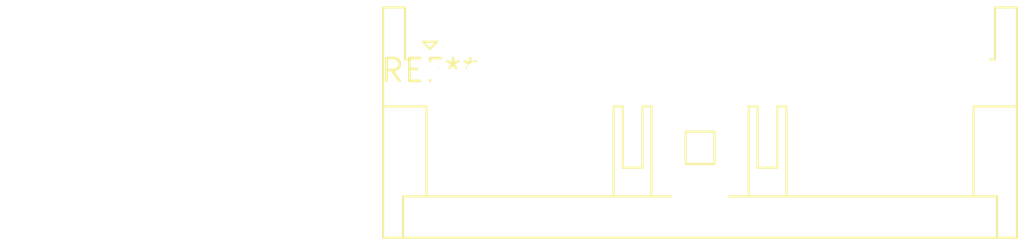
<source format=kicad_pcb>
(kicad_pcb (version 20240108) (generator pcbnew)
  (layers (0 "F.Cu" signal) (31 "B.Cu" signal) (34 "B.Paste" user) (35 "F.Paste" user) (36 "B.SilkS" user "B.Silkscreen") (37 "F.SilkS" user "F.Silkscreen") (38 "B.Mask" user) (39 "F.Mask" user) (44 "Edge.Cuts" user))
  (net 0 "")
  (footprint "JST_XA_S13B-XASK-1_1x13_P2.50mm_Horizontal" (layer "F.Cu") (at 0 0)
    (property "Reference" "REF**")
    (property "Value" "JST_XA_S13B-XASK-1_1x13_P2.50mm_Horizontal")
    (fp_line (start -2.61 -3.51) (end -2.61 9.31) (layer "F.SilkS") (stroke (width 0.12)))
    (fp_line (start -2.61 9.31) (end 32.61 9.31) (layer "F.SilkS") (stroke (width 0.12)))
    (fp_line (start -1.5 7.01) (end 13.4 7.01) (layer "F.SilkS") (stroke (width 0.12)))
    (fp_line (start -1.5 9.31) (end -1.5 7.01) (layer "F.SilkS") (stroke (width 0.12)))
    (fp_line (start -1.39 -3.51) (end -2.61 -3.51) (layer "F.SilkS") (stroke (width 0.12)))
    (fp_line (start -1.39 -0.61) (end -1.39 -3.51) (layer "F.SilkS") (stroke (width 0.12)))
    (fp_line (start -1.11 -0.61) (end -1.39 -0.61) (layer "F.SilkS") (stroke (width 0.12)))
    (fp_line (start -0.4 -1.6) (end 0.4 -1.6) (layer "F.SilkS") (stroke (width 0.12)))
    (fp_line (start -0.2 2) (end -2.61 2) (layer "F.SilkS") (stroke (width 0.12)))
    (fp_line (start -0.2 7.01) (end -0.2 2) (layer "F.SilkS") (stroke (width 0.12)))
    (fp_line (start 0 -1.2) (end -0.4 -1.6) (layer "F.SilkS") (stroke (width 0.12)))
    (fp_line (start 0.4 -1.6) (end 0 -1.2) (layer "F.SilkS") (stroke (width 0.12)))
    (fp_line (start 10.2 2) (end 10.2 7.01) (layer "F.SilkS") (stroke (width 0.12)))
    (fp_line (start 10.7 2) (end 10.2 2) (layer "F.SilkS") (stroke (width 0.12)))
    (fp_line (start 10.7 5.41) (end 10.7 2) (layer "F.SilkS") (stroke (width 0.12)))
    (fp_line (start 11.8 2) (end 11.8 5.41) (layer "F.SilkS") (stroke (width 0.12)))
    (fp_line (start 11.8 5.41) (end 10.7 5.41) (layer "F.SilkS") (stroke (width 0.12)))
    (fp_line (start 12.3 2) (end 11.8 2) (layer "F.SilkS") (stroke (width 0.12)))
    (fp_line (start 12.3 7.01) (end 12.3 2) (layer "F.SilkS") (stroke (width 0.12)))
    (fp_line (start 14.2 3.4) (end 15.8 3.4) (layer "F.SilkS") (stroke (width 0.12)))
    (fp_line (start 14.2 5.2) (end 14.2 3.4) (layer "F.SilkS") (stroke (width 0.12)))
    (fp_line (start 15.8 3.4) (end 15.8 5.2) (layer "F.SilkS") (stroke (width 0.12)))
    (fp_line (start 15.8 5.2) (end 14.2 5.2) (layer "F.SilkS") (stroke (width 0.12)))
    (fp_line (start 16.6 7.01) (end 31.5 7.01) (layer "F.SilkS") (stroke (width 0.12)))
    (fp_line (start 17.7 2) (end 18.2 2) (layer "F.SilkS") (stroke (width 0.12)))
    (fp_line (start 17.7 7.01) (end 17.7 2) (layer "F.SilkS") (stroke (width 0.12)))
    (fp_line (start 18.2 2) (end 18.2 5.41) (layer "F.SilkS") (stroke (width 0.12)))
    (fp_line (start 18.2 5.41) (end 19.3 5.41) (layer "F.SilkS") (stroke (width 0.12)))
    (fp_line (start 19.3 2) (end 19.8 2) (layer "F.SilkS") (stroke (width 0.12)))
    (fp_line (start 19.3 5.41) (end 19.3 2) (layer "F.SilkS") (stroke (width 0.12)))
    (fp_line (start 19.8 2) (end 19.8 7.01) (layer "F.SilkS") (stroke (width 0.12)))
    (fp_line (start 30.2 2) (end 32.61 2) (layer "F.SilkS") (stroke (width 0.12)))
    (fp_line (start 30.2 7.01) (end 30.2 2) (layer "F.SilkS") (stroke (width 0.12)))
    (fp_line (start 31.39 -3.51) (end 31.39 -0.61) (layer "F.SilkS") (stroke (width 0.12)))
    (fp_line (start 31.39 -0.61) (end 31.11 -0.61) (layer "F.SilkS") (stroke (width 0.12)))
    (fp_line (start 31.5 7.01) (end 31.5 9.31) (layer "F.SilkS") (stroke (width 0.12)))
    (fp_line (start 32.61 -3.51) (end 31.39 -3.51) (layer "F.SilkS") (stroke (width 0.12)))
    (fp_line (start 32.61 9.31) (end 32.61 -3.51) (layer "F.SilkS") (stroke (width 0.12)))
    (pad "" np_thru_hole oval (at 15 6.5) (size 2.8 2) (drill oval 2.8 2) (layers *.Cu *.Mask))
    (pad "1" thru_hole roundrect (at 0 0) (size 1.7 1.95) (drill 0.95) (layers *.Cu *.Mask) (remove_unused_layers) (roundrect_rratio 0.147059))
    (pad "2" thru_hole oval (at 2.5 0) (size 1.7 1.95) (drill 0.95) (layers *.Cu *.Mask) (remove_unused_layers))
    (pad "3" thru_hole oval (at 5 0) (size 1.7 1.95) (drill 0.95) (layers *.Cu *.Mask) (remove_unused_layers))
    (pad "4" thru_hole oval (at 7.5 0) (size 1.7 1.95) (drill 0.95) (layers *.Cu *.Mask) (remove_unused_layers))
    (pad "5" thru_hole oval (at 10 0) (size 1.7 1.95) (drill 0.95) (layers *.Cu *.Mask) (remove_unused_layers))
    (pad "6" thru_hole oval (at 12.5 0) (size 1.7 1.95) (drill 0.95) (layers *.Cu *.Mask) (remove_unused_layers))
    (pad "7" thru_hole oval (at 15 0) (size 1.7 1.95) (drill 0.95) (layers *.Cu *.Mask) (remove_unused_layers))
    (pad "8" thru_hole oval (at 17.5 0) (size 1.7 1.95) (drill 0.95) (layers *.Cu *.Mask) (remove_unused_layers))
    (pad "9" thru_hole oval (at 20 0) (size 1.7 1.95) (drill 0.95) (layers *.Cu *.Mask) (remove_unused_layers))
    (pad "10" thru_hole oval (at 22.5 0) (size 1.7 1.95) (drill 0.95) (layers *.Cu *.Mask) (remove_unused_layers))
    (pad "11" thru_hole oval (at 25 0) (size 1.7 1.95) (drill 0.95) (layers *.Cu *.Mask) (remove_unused_layers))
    (pad "12" thru_hole oval (at 27.5 0) (size 1.7 1.95) (drill 0.95) (layers *.Cu *.Mask) (remove_unused_layers))
    (pad "13" thru_hole oval (at 30 0) (size 1.7 1.95) (drill 0.95) (layers *.Cu *.Mask) (remove_unused_layers))
  )
)
</source>
